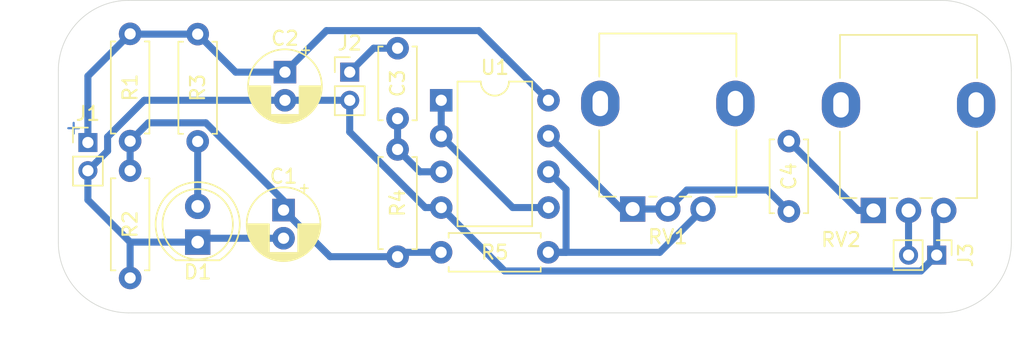
<source format=kicad_pcb>
(kicad_pcb (version 20240108) (generator "pcbnew") (generator_version "8.0")
  (layers (0 "F.Cu" signal) (31 "B.Cu" signal) (34 "B.Paste" user) (35 "F.Paste" user) (36 "B.SilkS" user "B.Silkscreen") (37 "F.SilkS" user "F.Silkscreen") (38 "B.Mask" user) (39 "F.Mask" user) (44 "Edge.Cuts" user))
  (net 0 "")
  (net 1 "GND")
  (net 2 "+4.5V")
  (net 3 "+9V")
  (net 4 "Net-(U1A-+)")
  (net 5 "Net-(J2-Pin_1)")
  (net 6 "Net-(C4-Pad1)")
  (net 7 "Net-(C4-Pad2)")
  (net 8 "Net-(D1-A)")
  (net 9 "Net-(J3-Pin_2)")
  (net 10 "Net-(U1B--)")
  (net 11 "Net-(U1A--)")
  (footprint "Connector_PinHeader_2.00mm:PinHeader_1x02_P2.00mm_Vertical" (layer "F.Cu") (at 126.4 123.7 -90)
    (property "Reference" "J3" (at 0 -2.06 90) (layer "F.SilkS"))
    (property "Value" "Conn_01x02_Pin")
    (fp_line (start -1.06 3.06) (end 1.06 3.06) (stroke (width 0.12)) (layer "F.SilkS"))
    (fp_line (start -1.06 1) (end -1.06 3.06) (stroke (width 0.12)) (layer "F.SilkS"))
    (fp_line (start -1.06 1) (end 1.06 1) (stroke (width 0.12)) (layer "F.SilkS"))
    (fp_line (start 1.06 1) (end 1.06 3.06) (stroke (width 0.12)) (layer "F.SilkS"))
    (fp_line (start -1.06 0) (end -1.06 -1.06) (stroke (width 0.12)) (layer "F.SilkS"))
    (fp_line (start -1.06 -1.06) (end 0 -1.06) (stroke (width 0.12)) (layer "F.SilkS"))
    (pad "1" thru_hole rect (at 0 0 270) (size 1.35 1.35) (drill 0.8) (layers "*.Cu" "*.Mask") (net 1 "GND"))
    (pad "2" thru_hole oval (at 0 2 270) (size 1.35 1.35) (drill 0.8) (layers "*.Cu" "*.Mask") (net 9 "Net-(J3-Pin_2)"))
  )
  (footprint "Capacitor_THT:CP_Radial_D5.0mm_P2.00mm" (layer "F.Cu") (at 80.1 110.7 -90)
    (property "Reference" "C2" (at -2.4 0 180) (layer "F.SilkS"))
    (property "Value" "100µF")
    (fp_line (start 1 1.04) (end 1 2.58) (stroke (width 0.12)) (layer "F.SilkS"))
    (fp_line (start 1.04 1.04) (end 1.04 2.58) (stroke (width 0.12)) (layer "F.SilkS"))
    (fp_line (start 1.08 1.04) (end 1.08 2.579) (stroke (width 0.12)) (layer "F.SilkS"))
    (fp_line (start 1.12 1.04) (end 1.12 2.578) (stroke (width 0.12)) (layer "F.SilkS"))
    (fp_line (start 1.16 1.04) (end 1.16 2.576) (stroke (width 0.12)) (layer "F.SilkS"))
    (fp_line (start 1.2 1.04) (end 1.2 2.573) (stroke (width 0.12)) (layer "F.SilkS"))
    (fp_line (start 1.24 1.04) (end 1.24 2.569) (stroke (width 0.12)) (layer "F.SilkS"))
    (fp_line (start 1.28 1.04) (end 1.28 2.565) (stroke (width 0.12)) (layer "F.SilkS"))
    (fp_line (start 1.32 1.04) (end 1.32 2.561) (stroke (width 0.12)) (layer "F.SilkS"))
    (fp_line (start 1.36 1.04) (end 1.36 2.556) (stroke (width 0.12)) (layer "F.SilkS"))
    (fp_line (start 1.4 1.04) (end 1.4 2.55) (stroke (width 0.12)) (layer "F.SilkS"))
    (fp_line (start 1.44 1.04) (end 1.44 2.543) (stroke (width 0.12)) (layer "F.SilkS"))
    (fp_line (start 1.48 1.04) (end 1.48 2.536) (stroke (width 0.12)) (layer "F.SilkS"))
    (fp_line (start 1.52 1.04) (end 1.52 2.528) (stroke (width 0.12)) (layer "F.SilkS"))
    (fp_line (start 1.56 1.04) (end 1.56 2.52) (stroke (width 0.12)) (layer "F.SilkS"))
    (fp_line (start 1.6 1.04) (end 1.6 2.511) (stroke (width 0.12)) (layer "F.SilkS"))
    (fp_line (start 1.64 1.04) (end 1.64 2.501) (stroke (width 0.12)) (layer "F.SilkS"))
    (fp_line (start 1.68 1.04) (end 1.68 2.491) (stroke (width 0.12)) (layer "F.SilkS"))
    (fp_line (start 1.721 1.04) (end 1.721 2.48) (stroke (width 0.12)) (layer "F.SilkS"))
    (fp_line (start 1.761 1.04) (end 1.761 2.468) (stroke (width 0.12)) (layer "F.SilkS"))
    (fp_line (start 1.801 1.04) (end 1.801 2.455) (stroke (width 0.12)) (layer "F.SilkS"))
    (fp_line (start 1.841 1.04) (end 1.841 2.442) (stroke (width 0.12)) (layer "F.SilkS"))
    (fp_line (start 1.881 1.04) (end 1.881 2.428) (stroke (width 0.12)) (layer "F.SilkS"))
    (fp_line (start 1.921 1.04) (end 1.921 2.414) (stroke (width 0.12)) (layer "F.SilkS"))
    (fp_line (start 1.961 1.04) (end 1.961 2.398) (stroke (width 0.12)) (layer "F.SilkS"))
    (fp_line (start 2.001 1.04) (end 2.001 2.382) (stroke (width 0.12)) (layer "F.SilkS"))
    (fp_line (start 2.041 1.04) (end 2.041 2.365) (stroke (width 0.12)) (layer "F.SilkS"))
    (fp_line (start 2.081 1.04) (end 2.081 2.348) (stroke (width 0.12)) (layer "F.SilkS"))
    (fp_line (start 2.121 1.04) (end 2.121 2.329) (stroke (width 0.12)) (layer "F.SilkS"))
    (fp_line (start 2.161 1.04) (end 2.161 2.31) (stroke (width 0.12)) (layer "F.SilkS"))
    (fp_line (start 2.201 1.04) (end 2.201 2.29) (stroke (width 0.12)) (layer "F.SilkS"))
    (fp_line (start 2.241 1.04) (end 2.241 2.268) (stroke (width 0.12)) (layer "F.SilkS"))
    (fp_line (start 2.281 1.04) (end 2.281 2.247) (stroke (width 0.12)) (layer "F.SilkS"))
    (fp_line (start 2.321 1.04) (end 2.321 2.224) (stroke (width 0.12)) (layer "F.SilkS"))
    (fp_line (start 2.361 1.04) (end 2.361 2.2) (stroke (width 0.12)) (layer "F.SilkS"))
    (fp_line (start 2.401 1.04) (end 2.401 2.175) (stroke (width 0.12)) (layer "F.SilkS"))
    (fp_line (start 2.441 1.04) (end 2.441 2.149) (stroke (width 0.12)) (layer "F.SilkS"))
    (fp_line (start 2.481 1.04) (end 2.481 2.122) (stroke (width 0.12)) (layer "F.SilkS"))
    (fp_line (start 2.521 1.04) (end 2.521 2.095) (stroke (width 0.12)) (layer "F.SilkS"))
    (fp_line (start 2.561 1.04) (end 2.561 2.065) (stroke (width 0.12)) (layer "F.SilkS"))
    (fp_line (start 2.601 1.04) (end 2.601 2.035) (stroke (width 0.12)) (layer "F.SilkS"))
    (fp_line (start 2.641 1.04) (end 2.641 2.004) (stroke (width 0.12)) (layer "F.SilkS"))
    (fp_line (start 2.681 1.04) (end 2.681 1.971) (stroke (width 0.12)) (layer "F.SilkS"))
    (fp_line (start 2.721 1.04) (end 2.721 1.937) (stroke (width 0.12)) (layer "F.SilkS"))
    (fp_line (start 2.761 1.04) (end 2.761 1.901) (stroke (width 0.12)) (layer "F.SilkS"))
    (fp_line (start 2.801 1.04) (end 2.801 1.864) (stroke (width 0.12)) (layer "F.SilkS"))
    (fp_line (start 2.841 1.04) (end 2.841 1.826) (stroke (width 0.12)) (layer "F.SilkS"))
    (fp_line (start 2.881 1.04) (end 2.881 1.785) (stroke (width 0.12)) (layer "F.SilkS"))
    (fp_line (start 2.921 1.04) (end 2.921 1.743) (stroke (width 0.12)) (layer "F.SilkS"))
    (fp_line (start 2.961 1.04) (end 2.961 1.699) (stroke (width 0.12)) (layer "F.SilkS"))
    (fp_line (start 3.001 1.04) (end 3.001 1.653) (stroke (width 0.12)) (layer "F.SilkS"))
    (fp_line (start 3.601 -0.284) (end 3.601 0.284) (stroke (width 0.12)) (layer "F.SilkS"))
    (fp_line (start 3.561 -0.518) (end 3.561 0.518) (stroke (width 0.12)) (layer "F.SilkS"))
    (fp_line (start 3.521 -0.677) (end 3.521 0.677) (stroke (width 0.12)) (layer "F.SilkS"))
    (fp_line (start 3.481 -0.805) (end 3.481 0.805) (stroke (width 0.12)) (layer "F.SilkS"))
    (fp_line (start 3.441 -0.915) (end 3.441 0.915) (stroke (width 0.12)) (layer "F.SilkS"))
    (fp_line (start 3.401 -1.011) (end 3.401 1.011) (stroke (width 0.12)) (layer "F.SilkS"))
    (fp_line (start 3.361 -1.098) (end 3.361 1.098) (stroke (width 0.12)) (layer "F.SilkS"))
    (fp_line (start 3.321 -1.178) (end 3.321 1.178) (stroke (width 0.12)) (layer "F.SilkS"))
    (fp_line (start 3.281 -1.251) (end 3.281 1.251) (stroke (width 0.12)) (layer "F.SilkS"))
    (fp_line (start 3.241 -1.319) (end 3.241 1.319) (stroke (width 0.12)) (layer "F.SilkS"))
    (fp_line (start 3.201 -1.383) (end 3.201 1.383) (stroke (width 0.12)) (layer "F.SilkS"))
    (fp_line (start 3.161 -1.443) (end 3.161 1.443) (stroke (width 0.12)) (layer "F.SilkS"))
    (fp_line (start -1.804775 -1.475) (end -1.304775 -1.475) (stroke (width 0.12)) (layer "F.SilkS"))
    (fp_line (start 3.121 -1.5) (end 3.121 1.5) (stroke (width 0.12)) (layer "F.SilkS"))
    (fp_line (start 3.081 -1.554) (end 3.081 1.554) (stroke (width 0.12)) (layer "F.SilkS"))
    (fp_line (start 3.041 -1.605) (end 3.041 1.605) (stroke (width 0.12)) (layer "F.SilkS"))
    (fp_line (start 3.001 -1.653) (end 3.001 -1.04) (stroke (width 0.12)) (layer "F.SilkS"))
    (fp_line (start 2.961 -1.699) (end 2.961 -1.04) (stroke (width 0.12)) (layer "F.SilkS"))
    (fp_line (start -1.554775 -1.725) (end -1.554775 -1.225) (stroke (width 0.12)) (layer "F.SilkS"))
    (fp_line (start 2.921 -1.743) (end 2.921 -1.04) (stroke (width 0.12)) (layer "F.SilkS"))
    (fp_line (start 2.881 -1.785) (end 2.881 -1.04) (stroke (width 0.12)) (layer "F.SilkS"))
    (fp_line (start 2.841 -1.826) (end 2.841 -1.04) (stroke (width 0.12)) (layer "F.SilkS"))
    (fp_line (start 2.801 -1.864) (end 2.801 -1.04) (stroke (width 0.12)) (layer "F.SilkS"))
    (fp_line (start 2.761 -1.901) (end 2.761 -1.04) (stroke (width 0.12)) (layer "F.SilkS"))
    (fp_line (start 2.721 -1.937) (end 2.721 -1.04) (stroke (width 0.12)) (layer "F.SilkS"))
    (fp_line (start 2.681 -1.971) (end 2.681 -1.04) (stroke (width 0.12)) (layer "F.SilkS"))
    (fp_line (start 2.641 -2.004) (end 2.641 -1.04) (stroke (width 0.12)) (layer "F.SilkS"))
    (fp_line (start 2.601 -2.035) (end 2.601 -1.04) (stroke (width 0.12)) (layer "F.SilkS"))
    (fp_line (start 2.561 -2.065) (end 2.561 -1.04) (stroke (width 0.12)) (layer "F.SilkS"))
    (fp_line (start 2.521 -2.095) (end 2.521 -1.04) (stroke (width 0.12)) (layer "F.SilkS"))
    (fp_line (start 2.481 -2.122) (end 2.481 -1.04) (stroke (width 0.12)) (layer "F.SilkS"))
    (fp_line (start 2.441 -2.149) (end 2.441 -1.04) (stroke (width 0.12)) (layer "F.SilkS"))
    (fp_line (start 2.401 -2.175) (end 2.401 -1.04) (stroke (width 0.12)) (layer "F.SilkS"))
    (fp_line (start 2.361 -2.2) (end 2.361 -1.04) (stroke (width 0.12)) (layer "F.SilkS"))
    (fp_line (start 2.321 -2.224) (end 2.321 -1.04) (stroke (width 0.12)) (layer "F.SilkS"))
    (fp_line (start 2.281 -2.247) (end 2.281 -1.04) (stroke (width 0.12)) (layer "F.SilkS"))
    (fp_line (start 2.241 -2.268) (end 2.241 -1.04) (stroke (width 0.12)) (layer "F.SilkS"))
    (fp_line (start 2.201 -2.29) (end 2.201 -1.04) (stroke (width 0.12)) (layer "F.SilkS"))
    (fp_line (start 2.161 -2.31) (end 2.161 -1.04) (stroke (width 0.12)) (layer "F.SilkS"))
    (fp_line (start 2.121 -2.329) (end 2.121 -1.04) (stroke (width 0.12)) (layer "F.SilkS"))
    (fp_line (start 2.081 -2.348) (end 2.081 -1.04) (stroke (width 0.12)) (layer "F.SilkS"))
    (fp_line (start 2.041 -2.365) (end 2.041 -1.04) (stroke (width 0.12)) (layer "F.SilkS"))
    (fp_line (start 2.001 -2.382) (end 2.001 -1.04) (stroke (width 0.12)) (layer "F.SilkS"))
    (fp_line (start 1.961 -2.398) (end 1.961 -1.04) (stroke (width 0.12)) (layer "F.SilkS"))
    (fp_line (start 1.921 -2.414) (end 1.921 -1.04) (stroke (width 0.12)) (layer "F.SilkS"))
    (fp_line (start 1.881 -2.428) (end 1.881 -1.04) (stroke (width 0.12)) (layer "F.SilkS"))
    (fp_line (start 1.841 -2.442) (end 1.841 -1.04) (stroke (width 0.12)) (layer "F.SilkS"))
    (fp_line (start 1.801 -2.455) (end 1.801 -1.04) (stroke (width 0.12)) (layer "F.SilkS"))
    (fp_line (start 1.761 -2.468) (end 1.761 -1.04) (stroke (width 0.12)) (layer "F.SilkS"))
    (fp_line (start 1.721 -2.48) (end 1.721 -1.04) (stroke (width 0.12)) (layer "F.SilkS"))
    (fp_line (start 1.68 -2.491) (end 1.68 -1.04) (stroke (width 0.12)) (layer "F.SilkS"))
    (fp_line (start 1.64 -2.501) (end 1.64 -1.04) (stroke (width 0.12)) (layer "F.SilkS"))
    (fp_line (start 1.6 -2.511) (end 1.6 -1.04) (stroke (width 0.12)) (layer "F.SilkS"))
    (fp_line (start 1.56 -2.52) (end 1.56 -1.04) (stroke (width 0.12)) (layer "F.SilkS"))
    (fp_line (start 1.52 -2.528) (end 1.52 -1.04) (stroke (width 0.12)) (layer "F.SilkS"))
    (fp_line (start 1.48 -2.536) (end 1.48 -1.04) (stroke (width 0.12)) (layer "F.SilkS"))
    (fp_line (start 1.44 -2.543) (end 1.44 -1.04) (stroke (width 0.12)) (layer "F.SilkS"))
    (fp_line (start 1.4 -2.55) (end 1.4 -1.04) (stroke (width 0.12)) (layer "F.SilkS"))
    (fp_line (start 1.36 -2.556) (end 1.36 -1.04) (stroke (width 0.12)) (layer "F.SilkS"))
    (fp_line (start 1.32 -2.561) (end 1.32 -1.04) (stroke (width 0.12)) (layer "F.SilkS"))
    (fp_line (start 1.28 -2.565) (end 1.28 -1.04) (stroke (width 0.12)) (layer "F.SilkS"))
    (fp_line (start 1.24 -2.569) (end 1.24 -1.04) (stroke (width 0.12)) (layer "F.SilkS"))
    (fp_line (start 1.2 -2.573) (end 1.2 -1.04) (stroke (width 0.12)) (layer "F.SilkS"))
    (fp_line (start 1.16 -2.576) (end 1.16 -1.04) (stroke (width 0.12)) (layer "F.SilkS"))
    (fp_line (start 1.12 -2.578) (end 1.12 -1.04) (stroke (width 0.12)) (layer "F.SilkS"))
    (fp_line (start 1.08 -2.579) (end 1.08 -1.04) (stroke (width 0.12)) (layer "F.SilkS"))
    (fp_line (start 1 -2.58) (end 1 -1.04) (stroke (width 0.12)) (layer "F.SilkS"))
    (fp_line (start 1.04 -2.58) (end 1.04 -1.04) (stroke (width 0.12)) (layer "F.SilkS"))
    (fp_circle (center 1 0) (end 3.62 0) (stroke (width 0.12)) (fill none) (layer "F.SilkS"))
    (pad "1" thru_hole rect (at 0 0 270) (size 1.6 1.6) (drill 0.8) (layers "*.Cu" "*.Mask") (net 3 "+9V"))
    (pad "2" thru_hole circle (at 2 0 270) (size 1.6 1.6) (drill 0.8) (layers "*.Cu" "*.Mask") (net 1 "GND"))
  )
  (footprint "Potentiometer_THT:Potentiometer_Alpha_RD901F-40-00D_Single_Vertical" (layer "F.Cu") (at 104.8 120.425 90)
    (property "Reference" "RV1" (at -1.975 2.5 180) (layer "F.SilkS"))
    (property "Value" "10kΩ")
    (fp_line (start 0.88 -2.38) (end 5.6 -2.38) (stroke (width 0.12)) (layer "F.SilkS"))
    (fp_line (start 9.41 -2.37) (end 12.47 -2.37) (stroke (width 0.12)) (layer "F.SilkS"))
    (fp_line (start 0.88 -1.19) (end 0.88 -2.37) (stroke (width 0.12)) (layer "F.SilkS"))
    (fp_line (start 0.88 1.71) (end 0.88 1.18) (stroke (width 0.12)) (layer "F.SilkS"))
    (fp_line (start 0.88 4.16) (end 0.88 3.33) (stroke (width 0.12)) (layer "F.SilkS"))
    (fp_line (start 12.47 7.37) (end 12.47 -2.37) (stroke (width 0.12)) (layer "F.SilkS"))
    (fp_line (start 9.41 7.37) (end 12.47 7.37) (stroke (width 0.12)) (layer "F.SilkS"))
    (fp_line (start 0.88 7.37) (end 0.88 5.88) (stroke (width 0.12)) (layer "F.SilkS"))
    (fp_line (start 0.88 7.37) (end 5.6 7.37) (stroke (width 0.12)) (layer "F.SilkS"))
    (pad "" thru_hole oval (at 7.5 -2.3 180) (size 2.72 3.24) (drill oval 1.1 1.8) (layers "*.Cu" "*.Mask"))
    (pad "" thru_hole oval (at 7.5 7.3 180) (size 2.72 3.24) (drill oval 1.1 1.8) (layers "*.Cu" "*.Mask"))
    (pad "1" thru_hole rect (at 0 0 180) (size 1.8 1.8) (drill 1) (layers "*.Cu" "*.Mask") (net 6 "Net-(C4-Pad1)"))
    (pad "2" thru_hole circle (at 0 2.5 180) (size 1.8 1.8) (drill 1) (layers "*.Cu" "*.Mask") (net 6 "Net-(C4-Pad1)"))
    (pad "3" thru_hole circle (at 0 5 180) (size 1.8 1.8) (drill 1) (layers "*.Cu" "*.Mask") (net 10 "Net-(U1B--)"))
  )
  (footprint "Resistor_THT:R_Axial_DIN0207_L6.3mm_D2.5mm_P7.62mm_Horizontal" (layer "F.Cu") (at 98.81 123.5 180)
    (property "Reference" "R5" (at 3.81 0 0) (layer "F.SilkS"))
    (property "Value" "1kΩ")
    (fp_line (start 7.08 1.37) (end 7.08 1.04) (stroke (width 0.12)) (layer "F.SilkS"))
    (fp_line (start 7.08 -1.37) (end 7.08 -1.04) (stroke (width 0.12)) (layer "F.SilkS"))
    (fp_line (start 0.54 1.37) (end 7.08 1.37) (stroke (width 0.12)) (layer "F.SilkS"))
    (fp_line (start 0.54 1.04) (end 0.54 1.37) (stroke (width 0.12)) (layer "F.SilkS"))
    (fp_line (start 0.54 -1.04) (end 0.54 -1.37) (stroke (width 0.12)) (layer "F.SilkS"))
    (fp_line (start 0.54 -1.37) (end 7.08 -1.37) (stroke (width 0.12)) (layer "F.SilkS"))
    (pad "1" thru_hole circle (at 0 0 180) (size 1.6 1.6) (drill 0.8) (layers "*.Cu" "*.Mask") (net 10 "Net-(U1B--)"))
    (pad "2" thru_hole oval (at 7.62 0 180) (size 1.6 1.6) (drill 0.8) (layers "*.Cu" "*.Mask") (net 2 "+4.5V"))
  )
  (footprint "Capacitor_THT:C_Disc_D5.0mm_W2.5mm_P5.00mm" (layer "F.Cu") (at 115.9 120.6 90)
    (property "Reference" "C4" (at 2.5 0 90) (layer "F.SilkS"))
    (property "Value" "10µF")
    (fp_line (start 5.12 -1.37) (end 5.12 -1.055) (stroke (width 0.12)) (layer "F.SilkS"))
    (fp_line (start -0.12 -1.37) (end 5.12 -1.37) (stroke (width 0.12)) (layer "F.SilkS"))
    (fp_line (start -0.12 -1.37) (end -0.12 -1.055) (stroke (width 0.12)) (layer "F.SilkS"))
    (fp_line (start 5.12 1.055) (end 5.12 1.37) (stroke (width 0.12)) (layer "F.SilkS"))
    (fp_line (start -0.12 1.055) (end -0.12 1.37) (stroke (width 0.12)) (layer "F.SilkS"))
    (fp_line (start -0.12 1.37) (end 5.12 1.37) (stroke (width 0.12)) (layer "F.SilkS"))
    (pad "1" thru_hole circle (at 0 0 90) (size 1.6 1.6) (drill 0.8) (layers "*.Cu" "*.Mask") (net 6 "Net-(C4-Pad1)"))
    (pad "2" thru_hole circle (at 5 0 90) (size 1.6 1.6) (drill 0.8) (layers "*.Cu" "*.Mask") (net 7 "Net-(C4-Pad2)"))
  )
  (footprint "Connector_PinHeader_2.00mm:PinHeader_1x02_P2.00mm_Vertical" (layer "F.Cu") (at 84.7 110.7)
    (property "Reference" "J2" (at 0 -2.06 0) (layer "F.SilkS"))
    (property "Value" "Conn_01x02_Pin")
    (fp_line (start -1.06 -1.06) (end 0 -1.06) (stroke (width 0.12)) (layer "F.SilkS"))
    (fp_line (start -1.06 0) (end -1.06 -1.06) (stroke (width 0.12)) (layer "F.SilkS"))
    (fp_line (start -1.06 1) (end -1.06 3.06) (stroke (width 0.12)) (layer "F.SilkS"))
    (fp_line (start -1.06 1) (end 1.06 1) (stroke (width 0.12)) (layer "F.SilkS"))
    (fp_line (start -1.06 3.06) (end 1.06 3.06) (stroke (width 0.12)) (layer "F.SilkS"))
    (fp_line (start 1.06 1) (end 1.06 3.06) (stroke (width 0.12)) (layer "F.SilkS"))
    (pad "1" thru_hole rect (at 0 0) (size 1.35 1.35) (drill 0.8) (layers "*.Cu" "*.Mask") (net 5 "Net-(J2-Pin_1)"))
    (pad "2" thru_hole oval (at 0 2) (size 1.35 1.35) (drill 0.8) (layers "*.Cu" "*.Mask") (net 1 "GND"))
  )
  (footprint "Resistor_THT:R_Axial_DIN0207_L6.3mm_D2.5mm_P7.62mm_Horizontal" (layer "F.Cu") (at 88.1 116.19 -90)
    (property "Reference" "R4" (at 3.81 0 90) (layer "F.SilkS"))
    (property "Value" "1kΩ")
    (fp_line (start 0.54 1.37) (end 7.08 1.37) (stroke (width 0.12)) (layer "F.SilkS"))
    (fp_line (start 7.08 1.37) (end 7.08 1.04) (stroke (width 0.12)) (layer "F.SilkS"))
    (fp_line (start 0.54 1.04) (end 0.54 1.37) (stroke (width 0.12)) (layer "F.SilkS"))
    (fp_line (start 0.54 -1.04) (end 0.54 -1.37) (stroke (width 0.12)) (layer "F.SilkS"))
    (fp_line (start 0.54 -1.37) (end 7.08 -1.37) (stroke (width 0.12)) (layer "F.SilkS"))
    (fp_line (start 7.08 -1.37) (end 7.08 -1.04) (stroke (width 0.12)) (layer "F.SilkS"))
    (pad "1" thru_hole circle (at 0 0 270) (size 1.6 1.6) (drill 0.8) (layers "*.Cu" "*.Mask") (net 4 "Net-(U1A-+)"))
    (pad "2" thru_hole oval (at 7.62 0 270) (size 1.6 1.6) (drill 0.8) (layers "*.Cu" "*.Mask") (net 2 "+4.5V"))
  )
  (footprint "Resistor_THT:R_Axial_DIN0207_L6.3mm_D2.5mm_P7.62mm_Horizontal" (layer "F.Cu") (at 69.1 107.98 -90)
    (property "Reference" "R1" (at 3.81 0 90) (layer "F.SilkS"))
    (property "Value" "1kΩ")
    (fp_line (start 0.54 1.37) (end 7.08 1.37) (stroke (width 0.12)) (layer "F.SilkS"))
    (fp_line (start 7.08 1.37) (end 7.08 1.04) (stroke (width 0.12)) (layer "F.SilkS"))
    (fp_line (start 0.54 1.04) (end 0.54 1.37) (stroke (width 0.12)) (layer "F.SilkS"))
    (fp_line (start 0.54 -1.04) (end 0.54 -1.37) (stroke (width 0.12)) (layer "F.SilkS"))
    (fp_line (start 0.54 -1.37) (end 7.08 -1.37) (stroke (width 0.12)) (layer "F.SilkS"))
    (fp_line (start 7.08 -1.37) (end 7.08 -1.04) (stroke (width 0.12)) (layer "F.SilkS"))
    (pad "1" thru_hole circle (at 0 0 270) (size 1.6 1.6) (drill 0.8) (layers "*.Cu" "*.Mask") (net 3 "+9V"))
    (pad "2" thru_hole oval (at 7.62 0 270) (size 1.6 1.6) (drill 0.8) (layers "*.Cu" "*.Mask") (net 2 "+4.5V"))
  )
  (footprint "Resistor_THT:R_Axial_DIN0207_L6.3mm_D2.5mm_P7.62mm_Horizontal" (layer "F.Cu") (at 69.1 117.7 -90)
    (property "Reference" "R2" (at 3.81 0 90) (layer "F.SilkS"))
    (property "Value" "1kΩ")
    (fp_line (start 0.54 1.37) (end 7.08 1.37) (stroke (width 0.12)) (layer "F.SilkS"))
    (fp_line (start 7.08 1.37) (end 7.08 1.04) (stroke (width 0.12)) (layer "F.SilkS"))
    (fp_line (start 0.54 1.04) (end 0.54 1.37) (stroke (width 0.12)) (layer "F.SilkS"))
    (fp_line (start 0.54 -1.04) (end 0.54 -1.37) (stroke (width 0.12)) (layer "F.SilkS"))
    (fp_line (start 0.54 -1.37) (end 7.08 -1.37) (stroke (width 0.12)) (layer "F.SilkS"))
    (fp_line (start 7.08 -1.37) (end 7.08 -1.04) (stroke (width 0.12)) (layer "F.SilkS"))
    (pad "1" thru_hole circle (at 0 0 270) (size 1.6 1.6) (drill 0.8) (layers "*.Cu" "*.Mask") (net 2 "+4.5V"))
    (pad "2" thru_hole oval (at 7.62 0 270) (size 1.6 1.6) (drill 0.8) (layers "*.Cu" "*.Mask") (net 1 "GND"))
  )
  (footprint "Resistor_THT:R_Axial_DIN0207_L6.3mm_D2.5mm_P7.62mm_Horizontal" (layer "F.Cu") (at 73.9 108 -90)
    (property "Reference" "R3" (at 3.81 0 90) (layer "F.SilkS"))
    (property "Value" "220Ω")
    (fp_line (start 0.54 1.37) (end 7.08 1.37) (stroke (width 0.12)) (layer "F.SilkS"))
    (fp_line (start 7.08 1.37) (end 7.08 1.04) (stroke (width 0.12)) (layer "F.SilkS"))
    (fp_line (start 0.54 1.04) (end 0.54 1.37) (stroke (width 0.12)) (layer "F.SilkS"))
    (fp_line (start 0.54 -1.04) (end 0.54 -1.37) (stroke (width 0.12)) (layer "F.SilkS"))
    (fp_line (start 0.54 -1.37) (end 7.08 -1.37) (stroke (width 0.12)) (layer "F.SilkS"))
    (fp_line (start 7.08 -1.37) (end 7.08 -1.04) (stroke (width 0.12)) (layer "F.SilkS"))
    (pad "1" thru_hole circle (at 0 0 270) (size 1.6 1.6) (drill 0.8) (layers "*.Cu" "*.Mask") (net 3 "+9V"))
    (pad "2" thru_hole oval (at 7.62 0 270) (size 1.6 1.6) (drill 0.8) (layers "*.Cu" "*.Mask") (net 8 "Net-(D1-A)"))
  )
  (footprint "Connector_PinHeader_2.00mm:PinHeader_1x02_P2.00mm_Vertical" (layer "F.Cu") (at 66.1 115.7)
    (property "Reference" "J1" (at 0 -2.06 0) (layer "F.SilkS"))
    (property "Value" "Conn_01x02_Pin")
    (fp_line (start -1.06 -1.06) (end 0 -1.06) (stroke (width 0.12)) (layer "F.SilkS"))
    (fp_line (start -1.06 0) (end -1.06 -1.06) (stroke (width 0.12)) (layer "F.SilkS"))
    (fp_line (start -1.06 1) (end -1.06 3.06) (stroke (width 0.12)) (layer "F.SilkS"))
    (fp_line (start -1.06 1) (end 1.06 1) (stroke (width 0.12)) (layer "F.SilkS"))
    (fp_line (start -1.06 3.06) (end 1.06 3.06) (stroke (width 0.12)) (layer "F.SilkS"))
    (fp_line (start 1.06 1) (end 1.06 3.06) (stroke (width 0.12)) (layer "F.SilkS"))
    (pad "1" thru_hole rect (at 0 0) (size 1.35 1.35) (drill 0.8) (layers "*.Cu" "*.Mask") (net 3 "+9V"))
    (pad "2" thru_hole oval (at 0 2) (size 1.35 1.35) (drill 0.8) (layers "*.Cu" "*.Mask") (net 1 "GND"))
  )
  (footprint "Capacitor_THT:C_Disc_D5.0mm_W2.5mm_P5.00mm" (layer "F.Cu") (at 88.1 109 -90)
    (property "Reference" "C3" (at 2.5 0 90) (layer "F.SilkS"))
    (property "Value" "10µF")
    (fp_line (start -0.12 1.37) (end 5.12 1.37) (stroke (width 0.12)) (layer "F.SilkS"))
    (fp_line (start -0.12 1.055) (end -0.12 1.37) (stroke (width 0.12)) (layer "F.SilkS"))
    (fp_line (start 5.12 1.055) (end 5.12 1.37) (stroke (width 0.12)) (layer "F.SilkS"))
    (fp_line (start -0.12 -1.37) (end -0.12 -1.055) (stroke (width 0.12)) (layer "F.SilkS"))
    (fp_line (start -0.12 -1.37) (end 5.12 -1.37) (stroke (width 0.12)) (layer "F.SilkS"))
    (fp_line (start 5.12 -1.37) (end 5.12 -1.055) (stroke (width 0.12)) (layer "F.SilkS"))
    (pad "1" thru_hole circle (at 0 0 270) (size 1.6 1.6) (drill 0.8) (layers "*.Cu" "*.Mask") (net 5 "Net-(J2-Pin_1)"))
    (pad "2" thru_hole circle (at 5 0 270) (size 1.6 1.6) (drill 0.8) (layers "*.Cu" "*.Mask") (net 4 "Net-(U1A-+)"))
  )
  (footprint "Package_DIP:DIP-8_W7.62mm" (layer "F.Cu") (at 91.2 112.7)
    (property "Reference" "U1" (at 3.81 -2.33 0) (layer "F.SilkS"))
    (property "Value" "TL072")
    (fp_line (start 1.16 -1.33) (end 1.16 8.95) (stroke (width 0.12)) (layer "F.SilkS"))
    (fp_line (start 1.16 8.95) (end 6.46 8.95) (stroke (width 0.12)) (layer "F.SilkS"))
    (fp_line (start 2.81 -1.33) (end 1.16 -1.33) (stroke (width 0.12)) (layer "F.SilkS"))
    (fp_line (start 6.46 -1.33) (end 4.81 -1.33) (stroke (width 0.12)) (layer "F.SilkS"))
    (fp_line (start 6.46 8.95) (end 6.46 -1.33) (stroke (width 0.12)) (layer "F.SilkS"))
    (fp_arc (start 4.81 -1.33) (mid 3.81 -0.33) (end 2.81 -1.33) (stroke (width 0.12)) (layer "F.SilkS"))
    (pad "1" thru_hole rect (at 0 0) (size 1.6 1.6) (drill 0.8) (layers "*.Cu" "*.Mask") (net 11 "Net-(U1A--)"))
    (pad "2" thru_hole oval (at 0 2.54) (size 1.6 1.6) (drill 0.8) (layers "*.Cu" "*.Mask") (net 11 "Net-(U1A--)"))
    (pad "3" thru_hole oval (at 0 5.08) (size 1.6 1.6) (drill 0.8) (layers "*.Cu" "*.Mask") (net 4 "Net-(U1A-+)"))
    (pad "4" thru_hole oval (at 0 7.62) (size 1.6 1.6) (drill 0.8) (layers "*.Cu" "*.Mask") (net 1 "GND"))
    (pad "5" thru_hole oval (at 7.62 7.62) (size 1.6 1.6) (drill 0.8) (layers "*.Cu" "*.Mask") (net 11 "Net-(U1A--)"))
    (pad "6" thru_hole oval (at 7.62 5.08) (size 1.6 1.6) (drill 0.8) (layers "*.Cu" "*.Mask") (net 10 "Net-(U1B--)"))
    (pad "7" thru_hole oval (at 7.62 2.54) (size 1.6 1.6) (drill 0.8) (layers "*.Cu" "*.Mask") (net 6 "Net-(C4-Pad1)"))
    (pad "8" thru_hole oval (at 7.62 0) (size 1.6 1.6) (drill 0.8) (layers "*.Cu" "*.Mask") (net 3 "+9V"))
  )
  (footprint "LED_THT:LED_D5.0mm_Clear" (layer "F.Cu") (at 73.9 122.775 90)
    (property "Reference" "D1" (at -2.125 0 180) (layer "F.SilkS"))
    (property "Value" "LED")
    (fp_line (start -1.29 -1.545) (end -1.29 1.545) (stroke (width 0.12)) (layer "F.SilkS"))
    (fp_arc (start -1.29 -1.54483) (mid 2.072002 -2.880433) (end 4.26 0.000462) (stroke (width 0.12)) (layer "F.SilkS"))
    (fp_arc (start 4.26 -0.000462) (mid 2.072002 2.880433) (end -1.29 1.54483) (stroke (width 0.12)) (layer "F.SilkS"))
    (fp_circle (center 1.27 0) (end 3.77 0) (stroke (width 0.12)) (fill none) (layer "F.SilkS"))
    (pad "1" thru_hole rect (at 0 0 90) (size 1.8 1.8) (drill 0.9) (layers "*.Cu" "*.Mask") (net 1 "GND"))
    (pad "2" thru_hole circle (at 2.54 0 90) (size 1.8 1.8) (drill 0.9) (layers "*.Cu" "*.Mask") (net 8 "Net-(D1-A)"))
  )
  (footprint "Potentiometer_THT:Potentiometer_Alpha_RD901F-40-00D_Single_Vertical" (layer "F.Cu") (at 121.9 120.525 90)
    (property "Reference" "RV2" (at -2.075 -2.3 180) (layer "F.SilkS"))
    (property "Value" "100kΩ")
    (fp_line (start 0.88 -2.38) (end 5.6 -2.38) (stroke (width 0.12)) (layer "F.SilkS"))
    (fp_line (start 9.41 -2.37) (end 12.47 -2.37) (stroke (width 0.12)) (layer "F.SilkS"))
    (fp_line (start 0.88 -1.19) (end 0.88 -2.37) (stroke (width 0.12)) (layer "F.SilkS"))
    (fp_line (start 0.88 1.71) (end 0.88 1.18) (stroke (width 0.12)) (layer "F.SilkS"))
    (fp_line (start 0.88 4.16) (end 0.88 3.33) (stroke (width 0.12)) (layer "F.SilkS"))
    (fp_line (start 12.47 7.37) (end 12.47 -2.37) (stroke (width 0.12)) (layer "F.SilkS"))
    (fp_line (start 9.41 7.37) (end 12.47 7.37) (stroke (width 0.12)) (layer "F.SilkS"))
    (fp_line (start 0.88 7.37) (end 0.88 5.88) (stroke (width 0.12)) (layer "F.SilkS"))
    (fp_line (start 0.88 7.37) (end 5.6 7.37) (stroke (width 0.12)) (layer "F.SilkS"))
    (pad "" thru_hole oval (at 7.5 -2.3 180) (size 2.72 3.24) (drill oval 1.1 1.8) (layers "*.Cu" "*.Mask"))
    (pad "" thru_hole oval (at 7.5 7.3 180) (size 2.72 3.24) (drill oval 1.1 1.8) (layers "*.Cu" "*.Mask"))
    (pad "1" thru_hole rect (at 0 0 180) (size 1.8 1.8) (drill 1) (layers "*.Cu" "*.Mask") (net 7 "Net-(C4-Pad2)"))
    (pad "2" thru_hole circle (at 0 2.5 180) (size 1.8 1.8) (drill 1) (layers "*.Cu" "*.Mask") (net 9 "Net-(J3-Pin_2)"))
    (pad "3" thru_hole circle (at 0 5 180) (size 1.8 1.8) (drill 1) (layers "*.Cu" "*.Mask") (net 1 "GND"))
  )
  (footprint "Capacitor_THT:CP_Radial_D5.0mm_P2.00mm" (layer "F.Cu") (at 80 120.5 -90)
    (property "Reference" "C1" (at -2.4 0 180) (layer "F.SilkS"))
    (property "Value" "47µF")
    (fp_line (start 1 1.04) (end 1 2.58) (stroke (width 0.12)) (layer "F.SilkS"))
    (fp_line (start 1.04 1.04) (end 1.04 2.58) (stroke (width 0.12)) (layer "F.SilkS"))
    (fp_line (start 1.08 1.04) (end 1.08 2.579) (stroke (width 0.12)) (layer "F.SilkS"))
    (fp_line (start 1.12 1.04) (end 1.12 2.578) (stroke (width 0.12)) (layer "F.SilkS"))
    (fp_line (start 1.16 1.04) (end 1.16 2.576) (stroke (width 0.12)) (layer "F.SilkS"))
    (fp_line (start 1.2 1.04) (end 1.2 2.573) (stroke (width 0.12)) (layer "F.SilkS"))
    (fp_line (start 1.24 1.04) (end 1.24 2.569) (stroke (width 0.12)) (layer "F.SilkS"))
    (fp_line (start 1.28 1.04) (end 1.28 2.565) (stroke (width 0.12)) (layer "F.SilkS"))
    (fp_line (start 1.32 1.04) (end 1.32 2.561) (stroke (width 0.12)) (layer "F.SilkS"))
    (fp_line (start 1.36 1.04) (end 1.36 2.556) (stroke (width 0.12)) (layer "F.SilkS"))
    (fp_line (start 1.4 1.04) (end 1.4 2.55) (stroke (width 0.12)) (layer "F.SilkS"))
    (fp_line (start 1.44 1.04) (end 1.44 2.543) (stroke (width 0.12)) (layer "F.SilkS"))
    (fp_line (start 1.48 1.04) (end 1.48 2.536) (stroke (width 0.12)) (layer "F.SilkS"))
    (fp_line (start 1.52 1.04) (end 1.52 2.528) (stroke (width 0.12)) (layer "F.SilkS"))
    (fp_line (start 1.56 1.04) (end 1.56 2.52) (stroke (width 0.12)) (layer "F.SilkS"))
    (fp_line (start 1.6 1.04) (end 1.6 2.511) (stroke (width 0.12)) (layer "F.SilkS"))
    (fp_line (start 1.64 1.04) (end 1.64 2.501) (stroke (width 0.12)) (layer "F.SilkS"))
    (fp_line (start 1.68 1.04) (end 1.68 2.491) (stroke (width 0.12)) (layer "F.SilkS"))
    (fp_line (start 1.721 1.04) (end 1.721 2.48) (stroke (width 0.12)) (layer "F.SilkS"))
    (fp_line (start 1.761 1.04) (end 1.761 2.468) (stroke (width 0.12)) (layer "F.SilkS"))
    (fp_line (start 1.801 1.04) (end 1.801 2.455) (stroke (width 0.12)) (layer "F.SilkS"))
    (fp_line (start 1.841 1.04) (end 1.841 2.442) (stroke (width 0.12)) (layer "F.SilkS"))
    (fp_line (start 1.881 1.04) (end 1.881 2.428) (stroke (width 0.12)) (layer "F.SilkS"))
    (fp_line (start 1.921 1.04) (end 1.921 2.414) (stroke (width 0.12)) (layer "F.SilkS"))
    (fp_line (start 1.961 1.04) (end 1.961 2.398) (stroke (width 0.12)) (layer "F.SilkS"))
    (fp_line (start 2.001 1.04) (end 2.001 2.382) (stroke (width 0.12)) (layer "F.SilkS"))
    (fp_line (start 2.041 1.04) (end 2.041 2.365) (stroke (width 0.12)) (layer "F.SilkS"))
    (fp_line (start 2.081 1.04) (end 2.081 2.348) (stroke (width 0.12)) (layer "F.SilkS"))
    (fp_line (start 2.121 1.04) (end 2.121 2.329) (stroke (width 0.12)) (layer "F.SilkS"))
    (fp_line (start 2.161 1.04) (end 2.161 2.31) (stroke (width 0.12)) (layer "F.SilkS"))
    (fp_line (start 2.201 1.04) (end 2.201 2.29) (stroke (width 0.12)) (layer "F.SilkS"))
    (fp_line (start 2.241 1.04) (end 2.241 2.268) (stroke (width 0.12)) (layer "F.SilkS"))
    (fp_line (start 2.281 1.04) (end 2.281 2.247) (stroke (width 0.12)) (layer "F.SilkS"))
    (fp_line (start 2.321 1.04) (end 2.321 2.224) (stroke (width 0.12)) (layer "F.SilkS"))
    (fp_line (start 2.361 1.04) (end 2.361 2.2) (stroke (width 0.12)) (layer "F.SilkS"))
    (fp_line (start 2.401 1.04) (end 2.401 2.175) (stroke (width 0.12)) (layer "F.SilkS"))
    (fp_line (start 2.441 1.04) (end 2.441 2.149) (stroke (width 0.12)) (layer "F.SilkS"))
    (fp_line (start 2.481 1.04) (end 2.481 2.122) (stroke (width 0.12)) (layer "F.SilkS"))
    (fp_line (start 2.521 1.04) (end 2.521 2.095) (stroke (width 0.12)) (layer "F.SilkS"))
    (fp_line (start 2.561 1.04) (end 2.561 2.065) (stroke (width 0.12)) (layer "F.SilkS"))
    (fp_line (start 2.601 1.04) (end 2.601 2.035) (stroke (width 0.12)) (layer "F.SilkS"))
    (fp_line (start 2.641 1.04) (end 2.641 2.004) (stroke (width 0.12)) (layer "F.SilkS"))
    (fp_line (start 2.681 1.04) (end 2.681 1.971) (stroke (width 0.12)) (layer "F.SilkS"))
    (fp_line (start 2.721 1.04) (end 2.721 1.937) (stroke (width 0.12)) (layer "F.SilkS"))
    (fp_line (start 2.761 1.04) (end 2.761 1.901) (stroke (width 0.12)) (layer "F.SilkS"))
    (fp_line (start 2.801 1.04) (end 2.801 1.864) (stroke (width 0.12)) (layer "F.SilkS"))
    (fp_line (start 2.841 1.04) (end 2.841 1.826) (stroke (width 0.12)) (layer "F.SilkS"))
    (fp_line (start 2.881 1.04) (end 2.881 1.785) (stroke (width 0.12)) (layer "F.SilkS"))
    (fp_line (start 2.921 1.04) (end 2.921 1.743) (stroke (width 0.12)) (layer "F.SilkS"))
    (fp_line (start 2.961 1.04) (end 2.961 1.699) (stroke (width 0.12)) (layer "F.SilkS"))
    (fp_line (start 3.001 1.04) (end 3.001 1.653) (stroke (width 0.12)) (layer "F.SilkS"))
    (fp_line (start 3.601 -0.284) (end 3.601 0.284) (stroke (width 0.12)) (layer "F.SilkS"))
    (fp_line (start 3.561 -0.518) (end 3.561 0.518) (stroke (width 0.12)) (layer "F.SilkS"))
    (fp_line (start 3.521 -0.677) (end 3.521 0.677) (stroke (width 0.12)) (layer "F.SilkS"))
    (fp_line (start 3.481 -0.805) (end 3.481 0.805) (stroke (width 0.12)) (layer "F.SilkS"))
    (fp_line (start 3.441 -0.915) (end 3.441 0.915) (stroke (width 0.12)) (layer "F.SilkS"))
    (fp_line (start 3.401 -1.011) (end 3.401 1.011) (stroke (width 0.12)) (layer "F.SilkS"))
    (fp_line (start 3.361 -1.098) (end 3.361 1.098) (stroke (width 0.12)) (layer "F.SilkS"))
    (fp_line (start 3.321 -1.178) (end 3.321 1.178) (stroke (width 0.12)) (layer "F.SilkS"))
    (fp_line (start 3.281 -1.251) (end 3.281 1.251) (stroke (width 0.12)) (layer "F.SilkS"))
    (fp_line (start 3.241 -1.319) (end 3.241 1.319) (stroke (width 0.12)) (layer "F.SilkS"))
    (fp_line (start 3.201 -1.383) (end 3.201 1.383) (stroke (width 0.12)) (layer "F.SilkS"))
    (fp_line (start 3.161 -1.443) (end 3.161 1.443) (stroke (width 0.12)) (layer "F.SilkS"))
    (fp_line (start -1.804775 -1.475) (end -1.304775 -1.475) (stroke (width 0.12)) (layer "F.SilkS"))
    (fp_line (start 3.121 -1.5) (end 3.121 1.5) (stroke (width 0.12)) (layer "F.SilkS"))
    (fp_line (start 3.081 -1.554) (end 3.081 1.554) (stroke (width 0.12)) (layer "F.SilkS"))
    (fp_line (start 3.041 -1.605) (end 3.041 1.605) (stroke (width 0.12)) (layer "F.SilkS"))
    (fp_line (start 3.001 -1.653) (end 3.001 -1.04) (stroke (width 0.12)) (layer "F.SilkS"))
    (fp_line (start 2.961 -1.699) (end 2.961 -1.04) (stroke (width 0.12)) (layer "F.SilkS"))
    (fp_line (start -1.554775 -1.725) (end -1.554775 -1.225) (stroke (width 0.12)) (layer "F.SilkS"))
    (fp_line (start 2.921 -1.743) (end 2.921 -1.04) (stroke (width 0.12)) (layer "F.SilkS"))
    (fp_line (start 2.881 -1.785) (end 2.881 -1.04) (stroke (width 0.12)) (layer "F.SilkS"))
    (fp_line (start 2.841 -1.826) (end 2.841 -1.04) (stroke (width 0.12)) (layer "F.SilkS"))
    (fp_line (start 2.801 -1.864) (end 2.801 -1.04) (stroke (width 0.12)) (layer "F.SilkS"))
    (fp_line (start 2.761 -1.901) (end 2.761 -1.04) (stroke (width 0.12)) (layer "F.SilkS"))
    (fp_line (start 2.721 -1.937) (end 2.721 -1.04) (stroke (width 0.12)) (layer "F.SilkS"))
    (fp_line (start 2.681 -1.971) (end 2.681 -1.04) (stroke (width 0.12)) (layer "F.SilkS"))
    (fp_line (start 2.641 -2.004) (end 2.641 -1.04) (stroke (width 0.12)) (layer "F.SilkS"))
    (fp_line (start 2.601 -2.035) (end 2.601 -1.04) (stroke (width 0.12)) (layer "F.SilkS"))
    (fp_line (start 2.561 -2.065) (end 2.561 -1.04) (stroke (width 0.12)) (layer "F.SilkS"))
    (fp_line (start 2.521 -2.095) (end 2.521 -1.04) (stroke (width 0.12)) (layer "F.SilkS"))
    (fp_line (start 2.481 -2.122) (end 2.481 -1.04) (stroke (width 0.12)) (layer "F.SilkS"))
    (fp_line (start 2.441 -2.149) (end 2.441 -1.04) (stroke (width 0.12)) (layer "F.SilkS"))
    (fp_line (start 2.401 -2.175) (end 2.401 -1.04) (stroke (width 0.12)) (layer "F.SilkS"))
    (fp_line (start 2.361 -2.2) (end 2.361 -1.04) (stroke (width 0.12)) (layer "F.SilkS"))
    (fp_line (start 2.321 -2.224) (end 2.321 -1.04) (stroke (width 0.12)) (layer "F.SilkS"))
    (fp_line (start 2.281 -2.247) (end 2.281 -1.04) (stroke (width 0.12)) (layer "F.SilkS"))
    (fp_line (start 2.241 -2.268) (end 2.241 -1.04) (stroke (width 0.12)) (layer "F.SilkS"))
    (fp_line (start 2.201 -2.29) (end 2.201 -1.04) (stroke (width 0.12)) (layer "F.SilkS"))
    (fp_line (start 2.161 -2.31) (end 2.161 -1.04) (stroke (width 0.12)) (layer "F.SilkS"))
    (fp_line (start 2.121 -2.329) (end 2.121 -1.04) (stroke (width 0.12)) (layer "F.SilkS"))
    (fp_line (start 2.081 -2.348) (end 2.081 -1.04) (stroke (width 0.12)) (layer "F.SilkS"))
    (fp_line (start 2.041 -2.365) (end 2.041 -1.04) (stroke (width 0.12)) (layer "F.SilkS"))
    (fp_line (start 2.001 -2.382) (end 2.001 -1.04) (stroke (width 0.12)) (layer "F.SilkS"))
    (fp_line (start 1.961 -2.398) (end 1.961 -1.04) (stroke (width 0.12)) (layer "F.SilkS"))
    (fp_line (start 1.921 -2.414) (end 1.921 -1.04) (stroke (width 0.12)) (layer "F.SilkS"))
    (fp_line (start 1.881 -2.428) (end 1.881 -1.04) (stroke (width 0.12)) (layer "F.SilkS"))
    (fp_line (start 1.841 -2.442) (end 1.841 -1.04) (stroke (width 0.12)) (layer "F.SilkS"))
    (fp_line (start 1.801 -2.455) (end 1.801 -1.04) (stroke (width 0.12)) (layer "F.SilkS"))
    (fp_line (start 1.761 -2.468) (end 1.761 -1.04) (stroke (width 0.12)) (layer "F.SilkS"))
    (fp_line (start 1.721 -2.48) (end 1.721 -1.04) (stroke (width 0.12)) (layer "F.SilkS"))
    (fp_line (start 1.68 -2.491) (end 1.68 -1.04) (stroke (width 0.12)) (layer "F.SilkS"))
    (fp_line (start 1.64 -2.501) (end 1.64 -1.04) (stroke (width 0.12)) (layer "F.SilkS"))
    (fp_line (start 1.6 -2.511) (end 1.6 -1.04) (stroke (width 0.12)) (layer "F.SilkS"))
    (fp_line (start 1.56 -2.52) (end 1.56 -1.04) (stroke (width 0.12)) (layer "F.SilkS"))
    (fp_line (start 1.52 -2.528) (end 1.52 -1.04) (stroke (width 0.12)) (layer "F.SilkS"))
    (fp_line (start 1.48 -2.536) (end 1.48 -1.04) (stroke (width 0.12)) (layer "F.SilkS"))
    (fp_line (start 1.44 -2.543) (end 1.44 -1.04) (stroke (width 0.12)) (layer "F.SilkS"))
    (fp_line (start 1.4 -2.55) (end 1.4 -1.04) (stroke (width 0.12)) (layer "F.SilkS"))
    (fp_line (start 1.36 -2.556) (end 1.36 -1.04) (stroke (width 0.12)) (layer "F.SilkS"))
    (fp_line (start 1.32 -2.561) (end 1.32 -1.04) (stroke (width 0.12)) (layer "F.SilkS"))
    (fp_line (start 1.28 -2.565) (end 1.28 -1.04) (stroke (width 0.12)) (layer "F.SilkS"))
    (fp_line (start 1.24 -2.569) (end 1.24 -1.04) (stroke (width 0.12)) (layer "F.SilkS"))
    (fp_line (start 1.2 -2.573) (end 1.2 -1.04) (stroke (width 0.12)) (layer "F.SilkS"))
    (fp_line (start 1.16 -2.576) (end 1.16 -1.04) (stroke (width 0.12)) (layer "F.SilkS"))
    (fp_line (start 1.12 -2.578) (end 1.12 -1.04) (stroke (width 0.12)) (layer "F.SilkS"))
    (fp_line (start 1.08 -2.579) (end 1.08 -1.04) (stroke (width 0.12)) (layer "F.SilkS"))
    (fp_line (start 1 -2.58) (end 1 -1.04) (stroke (width 0.12)) (layer "F.SilkS"))
    (fp_line (start 1.04 -2.58) (end 1.04 -1.04) (stroke (width 0.12)) (layer "F.SilkS"))
    (fp_circle (center 1 0) (end 3.62 0) (stroke (width 0.12)) (fill none) (layer "F.SilkS"))
    (pad "1" thru_hole rect (at 0 0 270) (size 1.6 1.6) (drill 0.8) (layers "*.Cu" "*.Mask") (net 2 "+4.5V"))
    (pad "2" thru_hole circle (at 2 0 270) (size 1.6 1.6) (drill 0.8) (layers "*.Cu" "*.Mask") (net 1 "GND"))
  )
  (gr_arc (start 131.7 122.8) (mid 130.235534 126.335534) (end 126.7 127.8) (stroke (width 0.05)) (layer "Edge.Cuts"))
  (gr_line (start 131.7 110.6) (end 131.7 122.8) (stroke (width 0.05)) (layer "Edge.Cuts"))
  (gr_arc (start 69 127.8) (mid 65.464466 126.335534) (end 64 122.8) (stroke (width 0.05)) (layer "Edge.Cuts"))
  (gr_line (start 69 105.6) (end 126.7 105.6) (stroke (width 0.05)) (layer "Edge.Cuts"))
  (gr_line (start 126.7 127.8) (end 69 127.8) (stroke (width 0.05)) (layer "Edge.Cuts"))
  (gr_arc (start 126.7 105.6) (mid 130.235534 107.064466) (end 131.7 110.6) (stroke (width 0.05)) (layer "Edge.Cuts"))
  (gr_line (start 64 122.8) (end 64 110.6) (stroke (width 0.05)) (layer "Edge.Cuts"))
  (gr_arc (start 64 110.6) (mid 65.464466 107.064466) (end 69 105.6) (stroke (width 0.05)) (layer "Edge.Cuts"))
  (gr_text "+\n" (at 65.6 115.4 90) (layer "B.Cu") (effects (font (size 1 1)) (justify left bottom)))
  (segment (start 73.9 122.775) (end 69.1 122.775) (width 0.5) (layer "B.Cu") (net 1))
  (segment (start 69.1 122.775) (end 69.1 125.32) (width 0.5) (layer "B.Cu") (net 1))
  (segment (start 125.275 124.825) (end 126.4 123.7) (width 0.5) (layer "B.Cu") (net 1))
  (segment (start 66.1 117.7) (end 66.1 119.775) (width 0.5) (layer "B.Cu") (net 1))
  (segment (start 67.5 116.3) (end 66.1 117.7) (width 0.5) (layer "B.Cu") (net 1))
  (segment (start 95.705 124.825) (end 125.275 124.825) (width 0.5) (layer "B.Cu") (net 1))
  (segment (start 91.2 120.32) (end 95.705 124.825) (width 0.5) (layer "B.Cu") (net 1))
  (segment (start 70.1 112.7) (end 67.5 115.3) (width 0.5) (layer "B.Cu") (net 1))
  (segment (start 90.06863 120.32) (end 84.7 114.95137) (width 0.5) (layer "B.Cu") (net 1))
  (segment (start 80 122.5) (end 74.175 122.5) (width 0.5) (layer "B.Cu") (net 1))
  (segment (start 84.7 112.7) (end 80.1 112.7) (width 0.5) (layer "B.Cu") (net 1))
  (segment (start 74.175 122.5) (end 73.9 122.775) (width 0.5) (layer "B.Cu") (net 1))
  (segment (start 66.1 119.775) (end 69.1 122.775) (width 0.5) (layer "B.Cu") (net 1))
  (segment (start 126.4 121.025) (end 126.9 120.525) (width 0.5) (layer "B.Cu") (net 1))
  (segment (start 91.2 120.32) (end 90.06863 120.32) (width 0.5) (layer "B.Cu") (net 1))
  (segment (start 67.5 115.3) (end 67.5 116.3) (width 0.5) (layer "B.Cu") (net 1))
  (segment (start 126.4 123.7) (end 126.4 121.025) (width 0.5) (layer "B.Cu") (net 1))
  (segment (start 80.1 112.7) (end 70.1 112.7) (width 0.5) (layer "B.Cu") (net 1))
  (segment (start 84.7 114.95137) (end 84.7 112.7) (width 0.5) (layer "B.Cu") (net 1))
  (segment (start 88.41 123.5) (end 88.1 123.81) (width 0.5) (layer "B.Cu") (net 2))
  (segment (start 91.19 123.5) (end 88.41 123.5) (width 0.5) (layer "B.Cu") (net 2))
  (segment (start 69.1 115.6) (end 69.1 117.7) (width 0.5) (layer "B.Cu") (net 2))
  (segment (start 74.473884 114.3) (end 80 119.826116) (width 0.5) (layer "B.Cu") (net 2))
  (segment (start 83.31 123.81) (end 80 120.5) (width 0.5) (layer "B.Cu") (net 2))
  (segment (start 80 119.826116) (end 80 120.5) (width 0.5) (layer "B.Cu") (net 2))
  (segment (start 88.1 123.81) (end 83.31 123.81) (width 0.5) (layer "B.Cu") (net 2))
  (segment (start 69.1 115.6) (end 70.4 114.3) (width 0.5) (layer "B.Cu") (net 2))
  (segment (start 70.4 114.3) (end 74.473884 114.3) (width 0.5) (layer "B.Cu") (net 2))
  (segment (start 66.1 110.98) (end 69.1 107.98) (width 0.5) (layer "B.Cu") (net 3))
  (segment (start 83.05 107.75) (end 93.87 107.75) (width 0.5) (layer "B.Cu") (net 3))
  (segment (start 66.1 115.7) (end 66.1 110.98) (width 0.5) (layer "B.Cu") (net 3))
  (segment (start 80.1 110.7) (end 76.6 110.7) (width 0.5) (layer "B.Cu") (net 3))
  (segment (start 76.6 110.7) (end 73.9 108) (width 0.5) (layer "B.Cu") (net 3))
  (segment (start 73.9 108) (end 69.12 108) (width 0.5) (layer "B.Cu") (net 3))
  (segment (start 93.87 107.75) (end 98.82 112.7) (width 0.5) (layer "B.Cu") (net 3))
  (segment (start 80.1 110.7) (end 83.05 107.75) (width 0.5) (layer "B.Cu") (net 3))
  (segment (start 69.12 108) (end 69.1 107.98) (width 0.5) (layer "B.Cu") (net 3))
  (segment (start 89.69 117.78) (end 88.1 116.19) (width 0.5) (layer "B.Cu") (net 4))
  (segment (start 91.2 117.78) (end 89.69 117.78) (width 0.5) (layer "B.Cu") (net 4))
  (segment (start 88.1 114) (end 88.1 116.19) (width 0.5) (layer "B.Cu") (net 4))
  (segment (start 86.4 109) (end 84.7 110.7) (width 0.5) (layer "B.Cu") (net 5))
  (segment (start 84.7 110.7) (end 85 110.7) (width 0.5) (layer "B.Cu") (net 5))
  (segment (start 88.1 109) (end 86.4 109) (width 0.5) (layer "B.Cu") (net 5))
  (segment (start 114.375 119.075) (end 108.65 119.075) (width 0.5) (layer "B.Cu") (net 6))
  (segment (start 115.9 120.6) (end 114.375 119.075) (width 0.5) (layer "B.Cu") (net 6))
  (segment (start 108.65 119.075) (end 107.3 120.425) (width 0.5) (layer "B.Cu") (net 6))
  (segment (start 104.8 120.425) (end 104.005 120.425) (width 0.5) (layer "B.Cu") (net 6))
  (segment (start 107.3 120.425) (end 104.8 120.425) (width 0.5) (layer "B.Cu") (net 6))
  (segment (start 104.005 120.425) (end 98.82 115.24) (width 0.5) (layer "B.Cu") (net 6))
  (segment (start 115.9 115.6) (end 120.825 120.525) (width 0.5) (layer "B.Cu") (net 7))
  (segment (start 120.825 120.525) (end 121.9 120.525) (width 0.5) (layer "B.Cu") (net 7))
  (segment (start 73.9 115.62) (end 73.9 120.235) (width 0.5) (layer "B.Cu") (net 8))
  (segment (start 124.4 123.7) (end 124.4 120.525) (width 0.5) (layer "B.Cu") (net 9))
  (segment (start 109.8 120.425) (end 106.725 123.5) (width 0.5) (layer "B.Cu") (net 10))
  (segment (start 100.07 123.5) (end 100.07 119.03) (width 0.5) (layer "B.Cu") (net 10))
  (segment (start 106.725 123.5) (end 98.81 123.5) (width 0.5) (layer "B.Cu") (net 10))
  (segment (start 98.81 123.5) (end 100.07 123.5) (width 0.5) (layer "B.Cu") (net 10))
  (segment (start 100.07 119.03) (end 98.82 117.78) (width 0.5) (layer "B.Cu") (net 10))
  (segment (start 98.82 120.32) (end 96.28 120.32) (width 0.5) (layer "B.Cu") (net 11))
  (segment (start 96.28 120.32) (end 91.2 115.24) (width 0.5) (layer "B.Cu") (net 11))
  (segment (start 91.2 112.7) (end 91.2 115.24) (width 0.5) (layer "B.Cu") (net 11))
)
</source>
